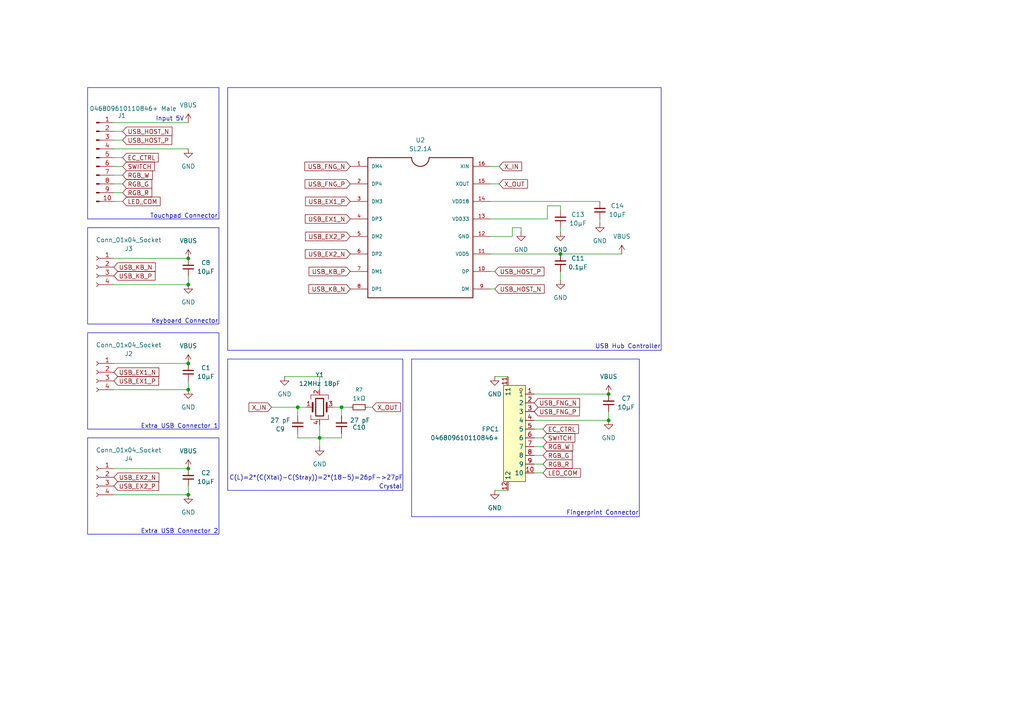
<source format=kicad_sch>
(kicad_sch (version 20250114) (generator "eeschema") (generator_version "9.0")
  (paper "A4")
  (lib_symbols
    (symbol "Connector:Conn_01x04_Socket" (pin_names (offset 1.016) (hide yes))
      (property "Reference" "J" (at 0 5.08 0))
      (property "Value" "Conn_01x04_Socket" (at 0 -7.62 0))
      (symbol "Conn_01x04_Socket_1_1"
        (polyline (pts (xy -1.27 2.54) (xy -0.508 2.54)) (stroke (width 0.1524)))
        (polyline (pts (xy -1.27 0) (xy -0.508 0)) (stroke (width 0.1524)))
        (polyline (pts (xy -1.27 -2.54) (xy -0.508 -2.54)) (stroke (width 0.1524)))
        (polyline (pts (xy -1.27 -5.08) (xy -0.508 -5.08)) (stroke (width 0.1524)))
        (arc (start 0 2.032) (mid -0.5058 2.54) (end 0 3.048) (stroke (width 0.1524)))
        (arc (start 0 -0.508) (mid -0.5058 0) (end 0 0.508) (stroke (width 0.1524)))
        (arc (start 0 -3.048) (mid -0.5058 -2.54) (end 0 -2.032) (stroke (width 0.1524)))
        (arc (start 0 -5.588) (mid -0.5058 -5.08) (end 0 -4.572) (stroke (width 0.1524)))
        (pin passive line (at -5.08 2.54 0) (length 3.81) (name "Pin_1") (number "1"))
        (pin passive line (at -5.08 0 0) (length 3.81) (name "Pin_2") (number "2"))
        (pin passive line (at -5.08 -2.54 0) (length 3.81) (name "Pin_3") (number "3"))
        (pin passive line (at -5.08 -5.08 0) (length 3.81) (name "Pin_4") (number "4"))
      )
    )
    (symbol "Connector:Conn_01x10_Pin" (pin_names (offset 1.016) (hide yes))
      (property "Reference" "J" (at 0 12.7 0))
      (property "Value" "Conn_01x10_Pin" (at 0 -15.24 0))
      (symbol "Conn_01x10_Pin_1_1"
        (rectangle (start 0.8636 10.287) (end 0 10.033) (stroke (width 0.1524)) (fill (type outline)))
        (rectangle (start 0.8636 7.747) (end 0 7.493) (stroke (width 0.1524)) (fill (type outline)))
        (rectangle (start 0.8636 5.207) (end 0 4.953) (stroke (width 0.1524)) (fill (type outline)))
        (rectangle (start 0.8636 2.667) (end 0 2.413) (stroke (width 0.1524)) (fill (type outline)))
        (rectangle (start 0.8636 0.127) (end 0 -0.127) (stroke (width 0.1524)) (fill (type outline)))
        (rectangle (start 0.8636 -2.413) (end 0 -2.667) (stroke (width 0.1524)) (fill (type outline)))
        (rectangle (start 0.8636 -4.953) (end 0 -5.207) (stroke (width 0.1524)) (fill (type outline)))
        (rectangle (start 0.8636 -7.493) (end 0 -7.747) (stroke (width 0.1524)) (fill (type outline)))
        (rectangle (start 0.8636 -10.033) (end 0 -10.287) (stroke (width 0.1524)) (fill (type outline)))
        (rectangle (start 0.8636 -12.573) (end 0 -12.827) (stroke (width 0.1524)) (fill (type outline)))
        (polyline (pts (xy 1.27 10.16) (xy 0.8636 10.16)) (stroke (width 0.1524)))
        (polyline (pts (xy 1.27 7.62) (xy 0.8636 7.62)) (stroke (width 0.1524)))
        (polyline (pts (xy 1.27 5.08) (xy 0.8636 5.08)) (stroke (width 0.1524)))
        (polyline (pts (xy 1.27 2.54) (xy 0.8636 2.54)) (stroke (width 0.1524)))
        (polyline (pts (xy 1.27 0) (xy 0.8636 0)) (stroke (width 0.1524)))
        (polyline (pts (xy 1.27 -2.54) (xy 0.8636 -2.54)) (stroke (width 0.1524)))
        (polyline (pts (xy 1.27 -5.08) (xy 0.8636 -5.08)) (stroke (width 0.1524)))
        (polyline (pts (xy 1.27 -7.62) (xy 0.8636 -7.62)) (stroke (width 0.1524)))
        (polyline (pts (xy 1.27 -10.16) (xy 0.8636 -10.16)) (stroke (width 0.1524)))
        (polyline (pts (xy 1.27 -12.7) (xy 0.8636 -12.7)) (stroke (width 0.1524)))
        (pin passive line (at 5.08 10.16 180) (length 3.81) (name "Pin_1") (number "1"))
        (pin passive line (at 5.08 7.62 180) (length 3.81) (name "Pin_2") (number "2"))
        (pin passive line (at 5.08 5.08 180) (length 3.81) (name "Pin_3") (number "3"))
        (pin passive line (at 5.08 2.54 180) (length 3.81) (name "Pin_4") (number "4"))
        (pin passive line (at 5.08 0 180) (length 3.81) (name "Pin_5") (number "5"))
        (pin passive line (at 5.08 -2.54 180) (length 3.81) (name "Pin_6") (number "6"))
        (pin passive line (at 5.08 -5.08 180) (length 3.81) (name "Pin_7") (number "7"))
        (pin passive line (at 5.08 -7.62 180) (length 3.81) (name "Pin_8") (number "8"))
        (pin passive line (at 5.08 -10.16 180) (length 3.81) (name "Pin_9") (number "9"))
        (pin passive line (at 5.08 -12.7 180) (length 3.81) (name "Pin_10") (number "10"))
      )
    )
    (symbol "Device:C_Small" (pin_numbers (hide yes)) (pin_names (offset 0.254) (hide yes))
      (property "Reference" "C" (at 0.254 1.778 0))
      (property "Value" "C_Small" (at 0.254 -2.032 0))
      (symbol "C_Small_0_1"
        (polyline (pts (xy -1.524 0.508) (xy 1.524 0.508)) (stroke (width 0.3048)))
        (polyline (pts (xy -1.524 -0.508) (xy 1.524 -0.508)) (stroke (width 0.3302)))
      )
      (symbol "C_Small_1_1"
        (pin passive line (at 0 2.54 270) (length 2.032) (name "~") (number "1"))
        (pin passive line (at 0 -2.54 90) (length 2.032) (name "~") (number "2"))
      )
    )
    (symbol "Device:Crystal_GND24" (pin_names (offset 1.016) (hide yes))
      (property "Reference" "Y" (at 3.175 5.08 0))
      (property "Value" "Crystal_GND24" (at 3.175 3.175 0))
      (symbol "Crystal_GND24_0_1"
        (polyline (pts (xy -2.54 2.286) (xy -2.54 3.556) (xy 2.54 3.556) (xy 2.54 2.286)))
        (polyline (pts (xy -2.54 0) (xy -2.032 0)))
        (polyline (pts (xy -2.54 -2.286) (xy -2.54 -3.556) (xy 2.54 -3.556) (xy 2.54 -2.286)))
        (polyline (pts (xy -2.032 -1.27) (xy -2.032 1.27)) (stroke (width 0.508)))
        (rectangle (start -1.143 2.54) (end 1.143 -2.54) (stroke (width 0.3048)))
        (polyline (pts (xy 0 3.556) (xy 0 3.81)))
        (polyline (pts (xy 0 -3.81) (xy 0 -3.556)))
        (polyline (pts (xy 2.032 0) (xy 2.54 0)))
        (polyline (pts (xy 2.032 -1.27) (xy 2.032 1.27)) (stroke (width 0.508)))
      )
      (symbol "Crystal_GND24_1_1"
        (pin passive line (at -3.81 0 0) (length 1.27) (name "1") (number "1"))
        (pin passive line (at 0 5.08 270) (length 1.27) (name "2") (number "2"))
        (pin passive line (at 0 -5.08 90) (length 1.27) (name "4") (number "4"))
        (pin passive line (at 3.81 0 180) (length 1.27) (name "3") (number "3"))
      )
    )
    (symbol "Device:R_Small" (pin_numbers (hide yes)) (pin_names (offset 0.254) (hide yes))
      (property "Reference" "R" (at 0 0 90))
      (property "Value" "R_Small" (at 1.778 0 90))
      (symbol "R_Small_0_1"
        (rectangle (start -0.762 1.778) (end 0.762 -1.778) (stroke (width 0.2032)))
      )
      (symbol "R_Small_1_1"
        (pin passive line (at 0 2.54 270) (length 0.762) (name "~") (number "1"))
        (pin passive line (at 0 -2.54 90) (length 0.762) (name "~") (number "2"))
      )
    )
    (symbol "SL2.1A:SL2.1A" (pin_names (offset 1.016))
      (property "Reference" "U" (at 0 22.86 0))
      (property "Value" "SL2.1A" (at 0 -22.86 0))
      (symbol "SL2.1A_0_0"
        (polyline (pts (xy -15.24 20.32) (xy -15.24 -20.32)) (stroke (width 0.254)))
        (polyline (pts (xy -15.24 -20.32) (xy 15.24 -20.32)) (stroke (width 0.254)))
        (polyline (pts (xy -2.54 20.32) (xy -15.24 20.32)) (stroke (width 0.254)))
        (arc (start 2.54 20.32) (mid 0 17.791) (end -2.54 20.32) (stroke (width 0.254)))
        (polyline (pts (xy 15.24 20.32) (xy 2.54 20.32)) (stroke (width 0.254)))
        (polyline (pts (xy 15.24 -20.32) (xy 15.24 20.32)) (stroke (width 0.254)))
        (pin bidirectional line (at -20.32 17.78 0) (length 5.08) (name "DM4") (number "1"))
        (pin bidirectional line (at -20.32 12.7 0) (length 5.08) (name "DP4") (number "2"))
        (pin bidirectional line (at -20.32 7.62 0) (length 5.08) (name "DM3") (number "3"))
        (pin bidirectional line (at -20.32 2.54 0) (length 5.08) (name "DP3") (number "4"))
        (pin bidirectional line (at -20.32 -2.54 0) (length 5.08) (name "DM2") (number "5"))
        (pin bidirectional line (at -20.32 -7.62 0) (length 5.08) (name "DP2") (number "6"))
        (pin bidirectional line (at -20.32 -12.7 0) (length 5.08) (name "DM1") (number "7"))
        (pin bidirectional line (at -20.32 -17.78 0) (length 5.08) (name "DP1") (number "8"))
        (pin bidirectional line (at 20.32 17.78 180) (length 5.08) (name "XIN") (number "16"))
        (pin bidirectional line (at 20.32 12.7 180) (length 5.08) (name "XOUT") (number "15"))
        (pin bidirectional line (at 20.32 7.62 180) (length 5.08) (name "VDD18") (number "14"))
        (pin bidirectional line (at 20.32 2.54 180) (length 5.08) (name "VDD33") (number "13"))
        (pin bidirectional line (at 20.32 -2.54 180) (length 5.08) (name "GND") (number "12"))
        (pin bidirectional line (at 20.32 -7.62 180) (length 5.08) (name "VDD5") (number "11"))
        (pin bidirectional line (at 20.32 -12.7 180) (length 5.08) (name "DP") (number "10"))
        (pin bidirectional line (at 20.32 -17.78 180) (length 5.08) (name "DM") (number "9"))
      )
    )
    (symbol "easyeda2kicad:046809610110846+"
      (property "Reference" "FPC" (at 0 21.59 0))
      (property "Value" "046809610110846+" (at 0 -21.59 0))
      (symbol "046809610110846+_0_1"
        (rectangle (start -1.27 13.97) (end 5.08 -13.97) (fill (type background)))
        (circle (center 0 12.7) (radius 0.38))
        (pin unspecified line (at -3.81 11.43 0) (length 2.54) (name "1") (number "1"))
        (pin unspecified line (at -3.81 8.89 0) (length 2.54) (name "2") (number "2"))
        (pin unspecified line (at -3.81 6.35 0) (length 2.54) (name "3") (number "3"))
        (pin unspecified line (at -3.81 3.81 0) (length 2.54) (name "4") (number "4"))
        (pin unspecified line (at -3.81 1.27 0) (length 2.54) (name "5") (number "5"))
        (pin unspecified line (at -3.81 -1.27 0) (length 2.54) (name "6") (number "6"))
        (pin unspecified line (at -3.81 -3.81 0) (length 2.54) (name "7") (number "7"))
        (pin unspecified line (at -3.81 -6.35 0) (length 2.54) (name "8") (number "8"))
        (pin unspecified line (at -3.81 -8.89 0) (length 2.54) (name "9") (number "9"))
        (pin unspecified line (at -3.81 -11.43 0) (length 2.54) (name "10") (number "10"))
        (pin unspecified line (at 3.81 16.51 270) (length 2.54) (name "11") (number "11"))
        (pin unspecified line (at 3.81 -16.51 90) (length 2.54) (name "12") (number "12"))
      )
    )
    (symbol "power:GND" (power) (pin_numbers (hide yes)) (pin_names (offset 0) (hide yes))
      (property "Value" "GND" (at 0 -3.81 0))
      (symbol "GND_0_1"
        (polyline (pts (xy 0 0) (xy 0 -1.27) (xy 1.27 -1.27) (xy 0 -2.54) (xy -1.27 -1.27) (xy 0 -1.27)))
      )
      (symbol "GND_1_1"
        (pin power_in line (at 0 0 270) (length 0) (name "~") (number "1"))
      )
    )
    (symbol "power:VBUS" (power) (pin_numbers (hide yes)) (pin_names (offset 0) (hide yes))
      (property "Value" "VBUS" (at 0 3.556 0))
      (symbol "VBUS_0_1"
        (polyline (pts (xy -0.762 1.27) (xy 0 2.54)))
        (polyline (pts (xy 0 2.54) (xy 0.762 1.27)))
        (polyline (pts (xy 0 0) (xy 0 2.54)))
      )
      (symbol "VBUS_1_1"
        (pin power_in line (at 0 0 90) (length 0) (name "~") (number "1"))
      )
    )
  )
  (rectangle (start 66.04 104.14) (end 116.84 142.24))
  (rectangle (start 25.4 127) (end 63.5 154.94))
  (rectangle (start 66.04 25.4) (end 191.77 101.6))
  (rectangle (start 25.4 25.4) (end 63.5 63.5))
  (rectangle (start 25.4 66.04) (end 63.5 93.98))
  (rectangle (start 25.4 96.52) (end 63.5 124.46))
  (rectangle (start 119.38 104.14) (end 185.42 149.86))
  (text "USB Hub Controller" (at 182.118 100.584 0) (effects (font (size 1.27 1.27))))
  (text "Extra USB Connector 1" (at 52.07 123.698 0) (effects (font (size 1.27 1.27))))
  (text "Keyboard Connector" (at 53.594 93.218 0) (effects (font (size 1.27 1.27))))
  (text "Extra USB Connector 2" (at 52.07 154.178 0) (effects (font (size 1.27 1.27))))
  (text "Crystal" (at 113.284 141.224 0) (effects (font (size 1.27 1.27))))
  (text "Touchpad Connector" (at 53.34 62.738 0) (effects (font (size 1.27 1.27))))
  (text "Fingerprint Connector" (at 174.752 148.844 0) (effects (font (size 1.27 1.27))))
  (text "C(L)=2*(C(Xtal)-C(Stray))=2*(18-5)=26pF->27pF" (at 91.694 138.684 0) (effects (font (size 1.27 1.27))))
  (text "Input 5V" (at 49.276 34.544 0) (effects (font (size 1.27 1.27))))
  (junction (at 176.53 121.92))
  (junction (at 54.61 135.89))
  (junction (at 99.06 118.11))
  (junction (at 162.56 73.66))
  (junction (at 86.36 118.11))
  (junction (at 54.61 105.41))
  (junction (at 54.61 74.93))
  (junction (at 176.53 114.3))
  (junction (at 92.71 127))
  (junction (at 54.61 113.03))
  (junction (at 54.61 82.55))
  (junction (at 54.61 143.51))
  (wire (pts (xy 99.06 118.11) (xy 99.06 120.65)))
  (wire (pts (xy 151.13 66.04) (xy 151.13 67.31)))
  (wire (pts (xy 54.61 74.93) (xy 33.02 74.93)))
  (wire (pts (xy 54.61 110.49) (xy 54.61 113.03)))
  (wire (pts (xy 144.78 48.26) (xy 142.24 48.26)))
  (wire (pts (xy 35.56 40.64) (xy 33.02 40.64)))
  (wire (pts (xy 96.52 118.11) (xy 99.06 118.11)))
  (wire (pts (xy 162.56 73.66) (xy 180.34 73.66)))
  (wire (pts (xy 35.56 38.1) (xy 33.02 38.1)))
  (wire (pts (xy 86.36 127) (xy 86.36 125.73)))
  (wire (pts (xy 92.71 113.03) (xy 92.71 109.22)))
  (wire (pts (xy 143.51 78.74) (xy 142.24 78.74)))
  (wire (pts (xy 142.24 58.42) (xy 173.99 58.42)))
  (wire (pts (xy 92.71 109.22) (xy 82.55 109.22)))
  (wire (pts (xy 173.99 64.77) (xy 173.99 63.5)))
  (wire (pts (xy 54.61 80.01) (xy 54.61 82.55)))
  (wire (pts (xy 54.61 105.41) (xy 33.02 105.41)))
  (wire (pts (xy 33.02 143.51) (xy 54.61 143.51)))
  (wire (pts (xy 162.56 67.31) (xy 162.56 66.04)))
  (wire (pts (xy 106.68 118.11) (xy 107.95 118.11)))
  (wire (pts (xy 157.48 134.62) (xy 154.94 134.62)))
  (wire (pts (xy 92.71 123.19) (xy 92.71 127)))
  (wire (pts (xy 157.48 129.54) (xy 154.94 129.54)))
  (wire (pts (xy 35.56 48.26) (xy 33.02 48.26)))
  (wire (pts (xy 148.59 66.04) (xy 148.59 68.58)))
  (wire (pts (xy 35.56 55.88) (xy 33.02 55.88)))
  (wire (pts (xy 54.61 43.18) (xy 33.02 43.18)))
  (wire (pts (xy 158.75 59.69) (xy 158.75 63.5)))
  (wire (pts (xy 157.48 132.08) (xy 154.94 132.08)))
  (wire (pts (xy 35.56 50.8) (xy 33.02 50.8)))
  (wire (pts (xy 33.02 82.55) (xy 54.61 82.55)))
  (wire (pts (xy 54.61 140.97) (xy 54.61 143.51)))
  (wire (pts (xy 162.56 59.69) (xy 162.56 60.96)))
  (wire (pts (xy 33.02 113.03) (xy 54.61 113.03)))
  (wire (pts (xy 86.36 118.11) (xy 86.36 120.65)))
  (wire (pts (xy 92.71 127) (xy 99.06 127)))
  (wire (pts (xy 86.36 118.11) (xy 88.9 118.11)))
  (wire (pts (xy 162.56 81.28) (xy 162.56 78.74)))
  (wire (pts (xy 154.94 121.92) (xy 176.53 121.92)))
  (wire (pts (xy 143.51 109.22) (xy 147.32 109.22)))
  (wire (pts (xy 92.71 129.54) (xy 92.71 127)))
  (wire (pts (xy 54.61 135.89) (xy 33.02 135.89)))
  (wire (pts (xy 157.48 127) (xy 154.94 127)))
  (wire (pts (xy 144.78 53.34) (xy 142.24 53.34)))
  (wire (pts (xy 143.51 83.82) (xy 142.24 83.82)))
  (wire (pts (xy 176.53 119.38) (xy 176.53 121.92)))
  (wire (pts (xy 148.59 68.58) (xy 142.24 68.58)))
  (wire (pts (xy 142.24 73.66) (xy 162.56 73.66)))
  (wire (pts (xy 35.56 45.72) (xy 33.02 45.72)))
  (wire (pts (xy 158.75 63.5) (xy 142.24 63.5)))
  (wire (pts (xy 157.48 124.46) (xy 154.94 124.46)))
  (wire (pts (xy 157.48 137.16) (xy 154.94 137.16)))
  (wire (pts (xy 78.74 118.11) (xy 86.36 118.11)))
  (wire (pts (xy 176.53 114.3) (xy 154.94 114.3)))
  (wire (pts (xy 158.75 59.69) (xy 162.56 59.69)))
  (wire (pts (xy 99.06 127) (xy 99.06 125.73)))
  (wire (pts (xy 143.51 142.24) (xy 147.32 142.24)))
  (wire (pts (xy 99.06 118.11) (xy 101.6 118.11)))
  (wire (pts (xy 35.56 53.34) (xy 33.02 53.34)))
  (wire (pts (xy 151.13 66.04) (xy 148.59 66.04)))
  (wire (pts (xy 86.36 127) (xy 92.71 127)))
  (wire (pts (xy 35.56 58.42) (xy 33.02 58.42)))
  (wire (pts (xy 54.61 35.56) (xy 33.02 35.56)))
  (global_label "USB_HOST_P" (shape input) (at 35.56 40.64 0) (property "Intersheetrefs" "${INTERSHEET_REFS}" (effects (hide yes))))
  (global_label "EC_CTRL" (shape input) (at 157.48 124.46 0) (property "Intersheetrefs" "${INTERSHEET_REFS}" (effects (hide yes))))
  (global_label "RGB_R" (shape input) (at 35.56 55.88 0) (property "Intersheetrefs" "${INTERSHEET_REFS}" (effects (hide yes))))
  (global_label "USB_EX1_P" (shape input) (at 33.02 110.49 0) (property "Intersheetrefs" "${INTERSHEET_REFS}" (effects (hide yes))))
  (global_label "USB_EX2_N" (shape input) (at 101.6 73.66 180) (property "Intersheetrefs" "${INTERSHEET_REFS}" (effects (hide yes))))
  (global_label "USB_EX2_P" (shape input) (at 101.6 68.58 180) (property "Intersheetrefs" "${INTERSHEET_REFS}" (effects (hide yes))))
  (global_label "EC_CTRL" (shape input) (at 35.56 45.72 0) (property "Intersheetrefs" "${INTERSHEET_REFS}" (effects (hide yes))))
  (global_label "USB_EX2_N" (shape input) (at 33.02 138.43 0) (property "Intersheetrefs" "${INTERSHEET_REFS}" (effects (hide yes))))
  (global_label "USB_KB_N" (shape input) (at 33.02 77.47 0) (property "Intersheetrefs" "${INTERSHEET_REFS}" (effects (hide yes))))
  (global_label "USB_HOST_P" (shape input) (at 143.51 78.74 0) (property "Intersheetrefs" "${INTERSHEET_REFS}" (effects (hide yes))))
  (global_label "USB_EX1_N" (shape input) (at 101.6 63.5 180) (property "Intersheetrefs" "${INTERSHEET_REFS}" (effects (hide yes))))
  (global_label "X_IN" (shape input) (at 144.78 48.26 0) (property "Intersheetrefs" "${INTERSHEET_REFS}" (effects (hide yes))))
  (global_label "USB_FNG_N" (shape input) (at 154.94 116.84 0) (property "Intersheetrefs" "${INTERSHEET_REFS}" (effects (hide yes))))
  (global_label "USB_FNG_P" (shape input) (at 101.6 53.34 180) (property "Intersheetrefs" "${INTERSHEET_REFS}" (effects (hide yes))))
  (global_label "LED_COM" (shape input) (at 157.48 137.16 0) (property "Intersheetrefs" "${INTERSHEET_REFS}" (effects (hide yes))))
  (global_label "RGB_W" (shape input) (at 157.48 129.54 0) (property "Intersheetrefs" "${INTERSHEET_REFS}" (effects (hide yes))))
  (global_label "USB_EX1_N" (shape input) (at 33.02 107.95 0) (property "Intersheetrefs" "${INTERSHEET_REFS}" (effects (hide yes))))
  (global_label "RGB_G" (shape input) (at 35.56 53.34 0) (property "Intersheetrefs" "${INTERSHEET_REFS}" (effects (hide yes))))
  (global_label "X_OUT" (shape input) (at 107.95 118.11 0) (property "Intersheetrefs" "${INTERSHEET_REFS}" (effects (hide yes))))
  (global_label "X_OUT" (shape input) (at 144.78 53.34 0) (property "Intersheetrefs" "${INTERSHEET_REFS}" (effects (hide yes))))
  (global_label "USB_EX1_P" (shape input) (at 101.6 58.42 180) (property "Intersheetrefs" "${INTERSHEET_REFS}" (effects (hide yes))))
  (global_label "USB_HOST_N" (shape input) (at 35.56 38.1 0) (property "Intersheetrefs" "${INTERSHEET_REFS}" (effects (hide yes))))
  (global_label "SWITCH" (shape input) (at 35.56 48.26 0) (property "Intersheetrefs" "${INTERSHEET_REFS}" (effects (hide yes))))
  (global_label "X_IN" (shape input) (at 78.74 118.11 180) (property "Intersheetrefs" "${INTERSHEET_REFS}" (effects (hide yes))))
  (global_label "USB_KB_P" (shape input) (at 101.6 78.74 180) (property "Intersheetrefs" "${INTERSHEET_REFS}" (effects (hide yes))))
  (global_label "USB_EX2_P" (shape input) (at 33.02 140.97 0) (property "Intersheetrefs" "${INTERSHEET_REFS}" (effects (hide yes))))
  (global_label "RGB_G" (shape input) (at 157.48 132.08 0) (property "Intersheetrefs" "${INTERSHEET_REFS}" (effects (hide yes))))
  (global_label "USB_KB_N" (shape input) (at 101.6 83.82 180) (property "Intersheetrefs" "${INTERSHEET_REFS}" (effects (hide yes))))
  (global_label "USB_FNG_P" (shape input) (at 154.94 119.38 0) (property "Intersheetrefs" "${INTERSHEET_REFS}" (effects (hide yes))))
  (global_label "USB_FNG_N" (shape input) (at 101.6 48.26 180) (property "Intersheetrefs" "${INTERSHEET_REFS}" (effects (hide yes))))
  (global_label "RGB_W" (shape input) (at 35.56 50.8 0) (property "Intersheetrefs" "${INTERSHEET_REFS}" (effects (hide yes))))
  (global_label "USB_HOST_N" (shape input) (at 143.51 83.82 0) (property "Intersheetrefs" "${INTERSHEET_REFS}" (effects (hide yes))))
  (global_label "USB_KB_P" (shape input) (at 33.02 80.01 0) (property "Intersheetrefs" "${INTERSHEET_REFS}" (effects (hide yes))))
  (global_label "SWITCH" (shape input) (at 157.48 127 0) (property "Intersheetrefs" "${INTERSHEET_REFS}" (effects (hide yes))))
  (global_label "LED_COM" (shape input) (at 35.56 58.42 0) (property "Intersheetrefs" "${INTERSHEET_REFS}" (effects (hide yes))))
  (global_label "RGB_R" (shape input) (at 157.48 134.62 0) (property "Intersheetrefs" "${INTERSHEET_REFS}" (effects (hide yes))))
  (symbol (lib_id "easyeda2kicad:046809610110846+") (at 151.13 125.73 0) (mirror y) (unit 1)
    (property "Reference" "FPC1" (at 144.78 124.4599 0) (effects (justify left)))
    (property "Value" "046809610110846+" (at 144.78 126.9999 0) (effects (justify left)))
    (property "Footprint" "easyeda2kicad:CONN-SMD_10P-P0.50_046809610110846" (effects (hide yes)))
    (property "LCSC Part" "C5464531" (effects (hide yes)))
  )
  (symbol (lib_id "power:GND") (at 54.61 43.18 0) (unit 1)
    (property "Reference" "#PWR02" (effects (hide yes)))
    (property "Value" "GND" (at 54.61 48.26 0))
    (property "Description" "Power symbol creates a global label with name \"GND\" , ground" (effects (hide yes)))
  )
  (symbol (lib_id "Device:C_Small") (at 162.56 76.2 0) (mirror x) (unit 1)
    (property "Reference" "C11" (at 167.6337 74.93 0))
    (property "Value" "0.1μF" (at 167.6337 77.47 0))
    (property "Footprint" "Capacitor_SMD:C_0805_2012Metric_Pad1.18x1.45mm_HandSolder" (effects (hide yes)))
    (property "Description" "Unpolarized capacitor, small symbol" (effects (hide yes)))
  )
  (symbol (lib_id "Device:C_Small") (at 54.61 107.95 0) (mirror x) (unit 1)
    (property "Reference" "C1" (at 59.6837 106.68 0))
    (property "Value" "10μF" (at 59.6837 109.22 0))
    (property "Footprint" "Capacitor_SMD:C_0805_2012Metric_Pad1.18x1.45mm_HandSolder" (effects (hide yes)))
    (property "Description" "Unpolarized capacitor, small symbol" (effects (hide yes)))
  )
  (symbol (lib_id "power:GND") (at 173.99 64.77 0) (unit 1)
    (property "Reference" "#PWR028" (effects (hide yes)))
    (property "Value" "GND" (at 173.99 69.85 0))
    (property "Description" "Power symbol creates a global label with name \"GND\" , ground" (effects (hide yes)))
  )
  (symbol (lib_id "power:VBUS") (at 54.61 74.93 0) (unit 1)
    (property "Reference" "#PWR07" (effects (hide yes)))
    (property "Value" "VBUS" (at 54.61 69.85 0))
    (property "Description" "Power symbol creates a global label with name \"VBUS\"" (effects (hide yes)))
  )
  (symbol (lib_id "power:VBUS") (at 176.53 114.3 0) (unit 1)
    (property "Reference" "#PWR013" (effects (hide yes)))
    (property "Value" "VBUS" (at 176.53 109.22 0))
    (property "Description" "Power symbol creates a global label with name \"VBUS\"" (effects (hide yes)))
  )
  (symbol (lib_id "power:GND") (at 176.53 121.92 0) (unit 1)
    (property "Reference" "#PWR04" (effects (hide yes)))
    (property "Value" "GND" (at 176.53 127 0))
    (property "Description" "Power symbol creates a global label with name \"GND\" , ground" (effects (hide yes)))
  )
  (symbol (lib_id "power:GND") (at 82.55 109.22 0) (unit 1)
    (property "Reference" "#PWR022" (effects (hide yes)))
    (property "Value" "GND" (at 82.55 114.3 0))
    (property "Description" "Power symbol creates a global label with name \"GND\" , ground" (effects (hide yes)))
  )
  (symbol (lib_id "Device:C_Small") (at 173.99 60.96 0) (mirror x) (unit 1)
    (property "Reference" "C14" (at 179.0637 59.69 0))
    (property "Value" "10μF" (at 179.0637 62.23 0))
    (property "Footprint" "Capacitor_SMD:C_0805_2012Metric_Pad1.18x1.45mm_HandSolder" (effects (hide yes)))
    (property "Description" "Unpolarized capacitor, small symbol" (effects (hide yes)))
  )
  (symbol (lib_id "power:VBUS") (at 54.61 105.41 0) (unit 1)
    (property "Reference" "#PWR01" (effects (hide yes)))
    (property "Value" "VBUS" (at 54.61 100.33 0))
    (property "Description" "Power symbol creates a global label with name \"VBUS\"" (effects (hide yes)))
  )
  (symbol (lib_id "power:GND") (at 54.61 113.03 0) (unit 1)
    (property "Reference" "#PWR03" (effects (hide yes)))
    (property "Value" "GND" (at 54.61 118.11 0))
    (property "Description" "Power symbol creates a global label with name \"GND\" , ground" (effects (hide yes)))
  )
  (symbol (lib_id "Device:C_Small") (at 54.61 138.43 0) (mirror x) (unit 1)
    (property "Reference" "C2" (at 59.6837 137.16 0))
    (property "Value" "10μF" (at 59.6837 139.7 0))
    (property "Footprint" "Capacitor_SMD:C_0805_2012Metric_Pad1.18x1.45mm_HandSolder" (effects (hide yes)))
    (property "Description" "Unpolarized capacitor, small symbol" (effects (hide yes)))
  )
  (symbol (lib_id "power:GND") (at 54.61 82.55 0) (unit 1)
    (property "Reference" "#PWR05" (effects (hide yes)))
    (property "Value" "GND" (at 54.61 87.63 0))
    (property "Description" "Power symbol creates a global label with name \"GND\" , ground" (effects (hide yes)))
  )
  (symbol (lib_id "Device:C_Small") (at 54.61 77.47 0) (mirror x) (unit 1)
    (property "Reference" "C8" (at 59.6837 76.2 0))
    (property "Value" "10μF" (at 59.6837 78.74 0))
    (property "Footprint" "Capacitor_SMD:C_0805_2012Metric_Pad1.18x1.45mm_HandSolder" (effects (hide yes)))
    (property "Description" "Unpolarized capacitor, small symbol" (effects (hide yes)))
  )
  (symbol (lib_id "Device:C_Small") (at 86.36 123.19 0) (mirror y) (unit 1)
    (property "Reference" "C9" (at 81.2863 124.46 0))
    (property "Value" "27 pF" (at 81.2863 121.92 0))
    (property "Footprint" "Capacitor_SMD:C_0805_2012Metric_Pad1.18x1.45mm_HandSolder" (effects (hide yes)))
    (property "Description" "Unpolarized capacitor, small symbol" (effects (hide yes)))
  )
  (symbol (lib_id "Device:C_Small") (at 99.06 123.19 0) (mirror x) (unit 1)
    (property "Reference" "C10" (at 104.14 123.952 0))
    (property "Value" "27 pF" (at 104.394 121.92 0))
    (property "Footprint" "Capacitor_SMD:C_0805_2012Metric_Pad1.18x1.45mm_HandSolder" (effects (hide yes)))
    (property "Description" "Unpolarized capacitor, small symbol" (effects (hide yes)))
  )
  (symbol (lib_id "Device:Crystal_GND24") (at 92.71 118.11 0) (unit 1)
    (property "Reference" "Y1" (at 92.71 108.712 0))
    (property "Value" "12MHz 18pF" (at 92.71 111.252 0))
    (property "Footprint" "Crystal:Crystal_SMD_Abracon_ABM3B-4Pin_5.0x3.2mm" (effects (hide yes)))
    (property "Description" "Four pin crystal, GND on pins 2 and 4" (effects (hide yes)))
  )
  (symbol (lib_id "power:VBUS") (at 54.61 35.56 0) (unit 1)
    (property "Reference" "#PWR016" (effects (hide yes)))
    (property "Value" "VBUS" (at 54.61 30.48 0))
    (property "Description" "Power symbol creates a global label with name \"VBUS\"" (effects (hide yes)))
  )
  (symbol (lib_id "power:GND") (at 162.56 81.28 0) (unit 1)
    (property "Reference" "#PWR024" (effects (hide yes)))
    (property "Value" "GND" (at 162.56 86.36 0))
    (property "Description" "Power symbol creates a global label with name \"GND\" , ground" (effects (hide yes)))
  )
  (symbol (lib_id "power:VBUS") (at 180.34 73.66 0) (unit 1)
    (property "Reference" "#PWR025" (effects (hide yes)))
    (property "Value" "VBUS" (at 180.34 68.58 0))
    (property "Description" "Power symbol creates a global label with name \"VBUS\"" (effects (hide yes)))
  )
  (symbol (lib_id "power:GND") (at 143.51 109.22 0) (unit 1)
    (property "Reference" "#PWR021" (effects (hide yes)))
    (property "Value" "GND" (at 143.51 114.3 0))
    (property "Description" "Power symbol creates a global label with name \"GND\" , ground" (effects (hide yes)))
  )
  (symbol (lib_id "Connector:Conn_01x04_Socket") (at 27.94 138.43 0) (mirror y) (unit 1)
    (property "Reference" "J4" (at 37.338 133.096 0))
    (property "Value" "Conn_01x04_Socket" (at 37.338 130.556 0))
    (property "Footprint" "Custom:4 pad" (effects (hide yes)))
    (property "Description" "Generic connector, single row, 01x04, script generated" (effects (hide yes)))
  )
  (symbol (lib_id "power:VBUS") (at 54.61 135.89 0) (unit 1)
    (property "Reference" "#PWR06" (effects (hide yes)))
    (property "Value" "VBUS" (at 54.61 130.81 0))
    (property "Description" "Power symbol creates a global label with name \"VBUS\"" (effects (hide yes)))
  )
  (symbol (lib_id "power:GND") (at 54.61 143.51 0) (unit 1)
    (property "Reference" "#PWR08" (effects (hide yes)))
    (property "Value" "GND" (at 54.61 148.59 0))
    (property "Description" "Power symbol creates a global label with name \"GND\" , ground" (effects (hide yes)))
  )
  (symbol (lib_id "Connector:Conn_01x04_Socket") (at 27.94 107.95 0) (mirror y) (unit 1)
    (property "Reference" "J2" (at 37.338 102.616 0))
    (property "Value" "Conn_01x04_Socket" (at 37.338 100.076 0))
    (property "Footprint" "Custom:4 pad" (effects (hide yes)))
    (property "Description" "Generic connector, single row, 01x04, script generated" (effects (hide yes)))
  )
  (symbol (lib_id "Connector:Conn_01x04_Socket") (at 27.94 77.47 0) (mirror y) (unit 1)
    (property "Reference" "J3" (at 37.338 72.136 0))
    (property "Value" "Conn_01x04_Socket" (at 37.338 69.596 0))
    (property "Footprint" "Custom:4 pad" (effects (hide yes)))
    (property "Description" "Generic connector, single row, 01x04, script generated" (effects (hide yes)))
  )
  (symbol (lib_id "power:GND") (at 143.51 142.24 0) (unit 1)
    (property "Reference" "#PWR023" (effects (hide yes)))
    (property "Value" "GND" (at 143.51 147.32 0))
    (property "Description" "Power symbol creates a global label with name \"GND\" , ground" (effects (hide yes)))
  )
  (symbol (lib_id "Device:C_Small") (at 176.53 116.84 0) (mirror x) (unit 1)
    (property "Reference" "C7" (at 181.6037 115.57 0))
    (property "Value" "10μF" (at 181.6037 118.11 0))
    (property "Footprint" "Capacitor_SMD:C_0805_2012Metric_Pad1.18x1.45mm_HandSolder" (effects (hide yes)))
    (property "Description" "Unpolarized capacitor, small symbol" (effects (hide yes)))
  )
  (symbol (lib_id "SL2.1A:SL2.1A") (at 121.92 66.04 0) (unit 1)
    (property "Reference" "U2" (at 121.92 40.64 0))
    (property "Value" "SL2.1A" (at 121.92 43.18 0))
    (property "Footprint" "Custom:SO16" (effects (hide yes)))
    (property "MF" "CoreChips ShenZhen CO.,Ltd" (effects (hide yes)))
    (property "Description_1" "USB 2.0 HIGH SPEED 4-PORT HUB CONTROLLER" (effects (hide yes)))
    (property "Package" "Package" (effects (hide yes)))
    (property "Price" "None" (effects (hide yes)))
    (property "SnapEDA_Link" "https://www.snapeda.com/parts/SL2.1A/CoreChips+ShenZhen+CO.%252CLtd/view-part/?ref=snap" (effects (hide yes)))
    (property "MP" "SL2.1A" (effects (hide yes)))
    (property "Availability" "Not in stock" (effects (hide yes)))
    (property "Check_prices" "https://www.snapeda.com/parts/SL2.1A/CoreChips+ShenZhen+CO.%252CLtd/view-part/?ref=eda" (effects (hide yes)))
  )
  (symbol (lib_id "power:GND") (at 151.13 67.31 0) (unit 1)
    (property "Reference" "#PWR026" (effects (hide yes)))
    (property "Value" "GND" (at 151.13 72.39 0))
    (property "Description" "Power symbol creates a global label with name \"GND\" , ground" (effects (hide yes)))
  )
  (symbol (lib_id "power:GND") (at 162.56 67.31 0) (unit 1)
    (property "Reference" "#PWR027" (effects (hide yes)))
    (property "Value" "GND" (at 162.56 72.39 0))
    (property "Description" "Power symbol creates a global label with name \"GND\" , ground" (effects (hide yes)))
  )
  (symbol (lib_id "Device:C_Small") (at 162.56 63.5 0) (mirror x) (unit 1)
    (property "Reference" "C13" (at 167.6337 62.23 0))
    (property "Value" "10μF" (at 167.6337 64.77 0))
    (property "Footprint" "Capacitor_SMD:C_0805_2012Metric_Pad1.18x1.45mm_HandSolder" (effects (hide yes)))
    (property "Description" "Unpolarized capacitor, small symbol" (effects (hide yes)))
  )
  (symbol (lib_id "power:GND") (at 92.71 129.54 0) (unit 1)
    (property "Reference" "#PWR018" (effects (hide yes)))
    (property "Value" "GND" (at 92.71 134.62 0))
    (property "Description" "Power symbol creates a global label with name \"GND\" , ground" (effects (hide yes)))
  )
  (symbol (lib_id "Device:R_Small") (at 104.14 118.11 270) (unit 1)
    (property "Reference" "R7" (at 104.14 113.03 90) (effects (font (size 1.016 1.016))))
    (property "Value" "1kΩ" (at 104.14 115.57 90))
    (property "Footprint" "Resistor_SMD:R_0805_2012Metric_Pad1.20x1.40mm_HandSolder" (effects (hide yes)))
    (property "Description" "Resistor, small symbol" (effects (hide yes)))
  )
  (symbol (lib_id "Connector:Conn_01x10_Pin") (at 27.94 45.72 0) (unit 1)
    (property "Reference" "J1" (at 35.306 33.528 0))
    (property "Value" "046809610110846+ Male" (at 38.608 31.496 0))
    (property "Footprint" "Custom:Kyocera_046809610110846+_PCB_Edge" (effects (hide yes)))
    (property "Description" "Generic connector, single row, 01x10, script generated" (effects (hide yes)))
  )
)
</source>
